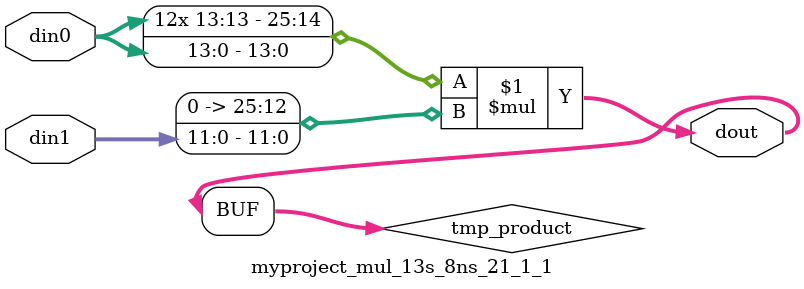
<source format=v>

`timescale 1 ns / 1 ps

 module myproject_mul_13s_8ns_21_1_1(din0, din1, dout);
parameter ID = 1;
parameter NUM_STAGE = 0;
parameter din0_WIDTH = 14;
parameter din1_WIDTH = 12;
parameter dout_WIDTH = 26;

input [din0_WIDTH - 1 : 0] din0; 
input [din1_WIDTH - 1 : 0] din1; 
output [dout_WIDTH - 1 : 0] dout;

wire signed [dout_WIDTH - 1 : 0] tmp_product;


























assign tmp_product = $signed(din0) * $signed({1'b0, din1});









assign dout = tmp_product;





















endmodule

</source>
